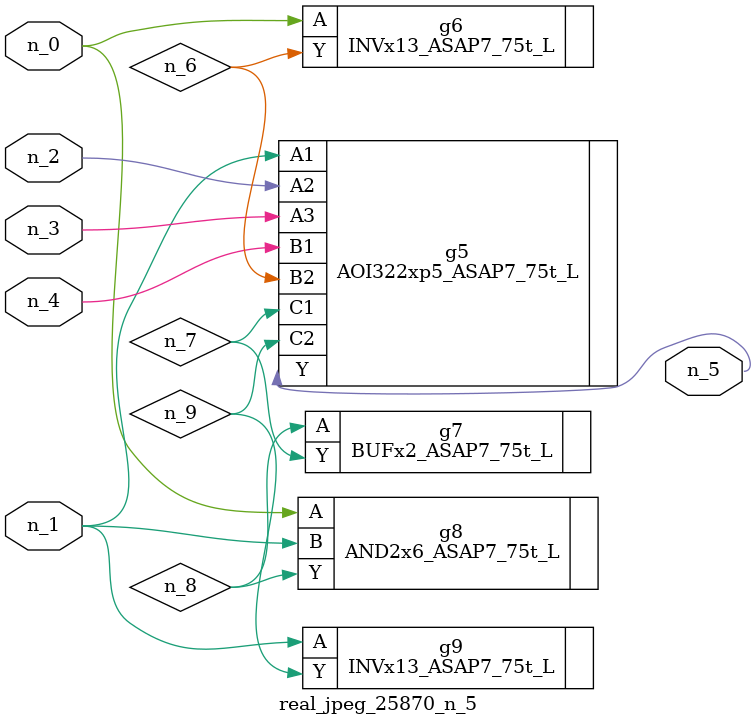
<source format=v>
module real_jpeg_25870_n_5 (n_4, n_0, n_1, n_2, n_3, n_5);

input n_4;
input n_0;
input n_1;
input n_2;
input n_3;

output n_5;

wire n_8;
wire n_6;
wire n_7;
wire n_9;

INVx13_ASAP7_75t_L g6 ( 
.A(n_0),
.Y(n_6)
);

AND2x6_ASAP7_75t_L g8 ( 
.A(n_0),
.B(n_1),
.Y(n_8)
);

AOI322xp5_ASAP7_75t_L g5 ( 
.A1(n_1),
.A2(n_2),
.A3(n_3),
.B1(n_4),
.B2(n_6),
.C1(n_7),
.C2(n_9),
.Y(n_5)
);

INVx13_ASAP7_75t_L g9 ( 
.A(n_1),
.Y(n_9)
);

BUFx2_ASAP7_75t_L g7 ( 
.A(n_8),
.Y(n_7)
);


endmodule
</source>
